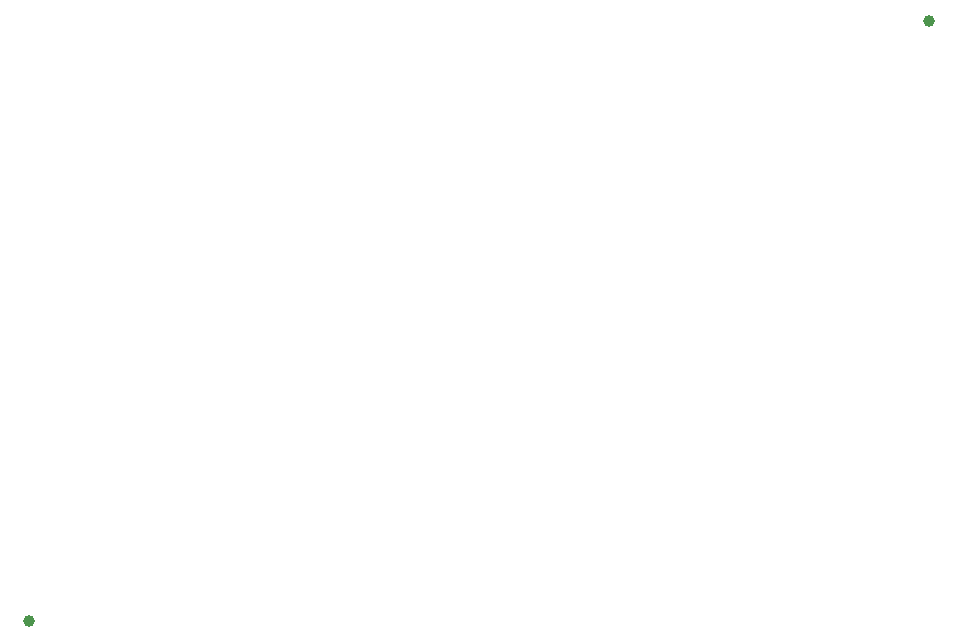
<source format=gbl>
G04 EAGLE Gerber RS-274X export*
G75*
%MOMM*%
%FSLAX34Y34*%
%LPD*%
%INBottom Copper*%
%IPPOS*%
%AMOC8*
5,1,8,0,0,1.08239X$1,22.5*%
G01*
%ADD10C,1.000000*%


D10*
X797000Y543000D03*
X35000Y35000D03*
M02*

</source>
